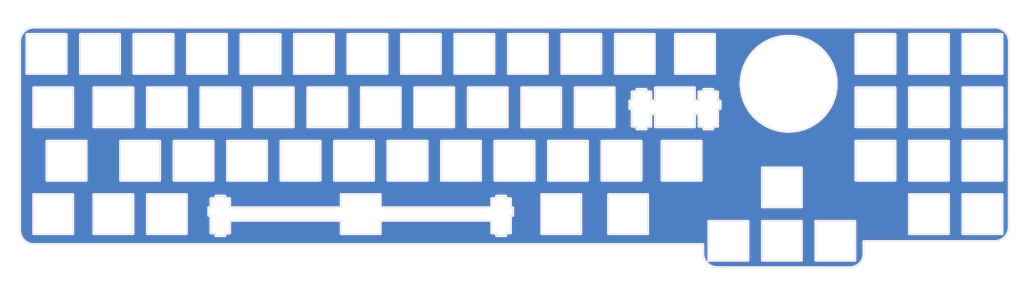
<source format=kicad_pcb>
(kicad_pcb (version 20221018) (generator pcbnew)
  (layers (0 "F.Cu" signal) (31 "B.Cu" signal) (34 "B.Paste" user) (35 "F.Paste" user) (36 "B.SilkS" user "B.Silkscreen") (37 "F.SilkS" user "F.Silkscreen") (38 "B.Mask" user) (39 "F.Mask" user) (44 "Edge.Cuts" user))
  (net 0 "")
  (gr_line (start 157.805995 103.709002) (end 143.805995 103.709002) (stroke (width 0.188976)) (layer "Edge.Cuts"))
  (gr_line (start 105.419002 79.609002) (end 105.419002 65.609003) (stroke (width 0.188976)) (layer "Edge.Cuts"))
  (gr_line (start 186.380992 84.659003) (end 172.380992 84.659003) (stroke (width 0.188976)) (layer "Edge.Cuts"))
  (gr_line (start 324.493999 98.659003) (end 324.493999 84.659003) (stroke (width 0.188976)) (layer "Edge.Cuts"))
  (gr_line (start -6.500002 98.659003) (end -6.500002 84.659003) (stroke (width 0.188976)) (layer "Edge.Cuts"))
  (gr_line (start 89.036998 132.059001) (end 89.036998 136.759006) (stroke (width 0.188976)) (layer "Edge.Cuts"))
  (gr_line (start 174.475002 136.759006) (end 174.475002 122.759006) (stroke (width 0.188976)) (layer "Edge.Cuts"))
  (gr_line (start -20.400387 140.59) (end 217.95 140.59) (stroke (width 0.2)) (layer "Edge.Cuts"))
  (gr_line (start 272.393993 98.659003) (end 286.393993 98.659003) (stroke (width 0.188976)) (layer "Edge.Cuts"))
  (gr_line (start 124.755992 103.709002) (end 124.755992 117.709002) (stroke (width 0.188976)) (layer "Edge.Cuts"))
  (gr_line (start 129.518993 65.609003) (end 129.518993 79.609002) (stroke (width 0.188976)) (layer "Edge.Cuts"))
  (gr_line (start 42.661998 124.229007) (end 42.661998 127.459002) (stroke (width 0.188976)) (layer "Edge.Cuts"))
  (gr_line (start 72.368 65.609003) (end 72.368 79.609002) (stroke (width 0.188976)) (layer "Edge.Cuts"))
  (gr_line (start 286.393993 79.609002) (end 286.393993 65.609003) (stroke (width 0.188976)) (layer "Edge.Cuts"))
  (gr_line (start 258.105998 146.283999) (end 272.105998 146.283999) (stroke (width 0.188976)) (layer "Edge.Cuts"))
  (gr_line (start 222.100002 79.609002) (end 222.100002 65.609003) (stroke (width 0.188976)) (layer "Edge.Cuts"))
  (gr_line (start 305.444011 98.659003) (end 305.444011 84.659003) (stroke (width 0.188976)) (layer "Edge.Cuts"))
  (gr_line (start 144.387004 137.509006) (end 147.686992 137.509006) (stroke (width 0.188976)) (layer "Edge.Cuts"))
  (gr_line (start 174.475002 122.759006) (end 160.475002 122.759006) (stroke (width 0.188976)) (layer "Edge.Cuts"))
  (gr_line (start 197.706005 85.209002) (end 194.406002 85.209002) (stroke (width 0.188976)) (layer "Edge.Cuts"))
  (gr_line (start -6.500002 136.759006) (end -6.500002 122.759006) (stroke (width 0.188976)) (layer "Edge.Cuts"))
  (gr_arc (start 275.28 143.838255) (mid 273.814917 147.374405) (end 270.278256 148.838255) (stroke (width 0.2)) (layer "Edge.Cuts"))
  (gr_line (start -3.831002 65.609003) (end -3.831002 79.609002) (stroke (width 0.188976)) (layer "Edge.Cuts"))
  (gr_line (start 208.100002 65.609003) (end 208.100002 79.609002) (stroke (width 0.188976)) (layer "Edge.Cuts"))
  (gr_line (start 162.568996 79.609002) (end 162.568996 65.609003) (stroke (width 0.188976)) (layer "Edge.Cuts"))
  (gr_line (start 218.206005 86.129003) (end 216.480998 86.129003) (stroke (width 0.188976)) (layer "Edge.Cuts"))
  (gr_line (start 199.430995 98.429004) (end 199.430995 93.959002) (stroke (width 0.188976)) (layer "Edge.Cuts"))
  (gr_line (start 62.555995 103.709002) (end 48.555995 103.709002) (stroke (width 0.188976)) (layer "Edge.Cuts"))
  (gr_line (start 191.855998 92.159003) (end 192.680995 92.159003) (stroke (width 0.188976)) (layer "Edge.Cuts"))
  (gr_line (start 162.855998 117.709002) (end 176.855998 117.709002) (stroke (width 0.188976)) (layer "Edge.Cuts"))
  (gr_line (start 86.368 65.609003) (end 72.368 65.609003) (stroke (width 0.188976)) (layer "Edge.Cuts"))
  (gr_line (start 253.056011 127.234004) (end 253.056011 113.234004) (stroke (width 0.188976)) (layer "Edge.Cuts"))
  (gr_line (start 324.493999 103.709002) (end 310.493999 103.709002) (stroke (width 0.188976)) (layer "Edge.Cuts"))
  (gr_line (start 14.930999 136.759006) (end 14.930999 122.759006) (stroke (width 0.188976)) (layer "Edge.Cuts"))
  (gr_line (start 19.980998 136.759006) (end 33.980998 136.759006) (stroke (width 0.188976)) (layer "Edge.Cuts"))
  (gr_line (start 105.419002 65.609003) (end 91.417995 65.609003) (stroke (width 0.188976)) (layer "Edge.Cuts"))
  (gr_line (start 272.393993 103.709002) (end 272.393993 117.709002) (stroke (width 0.188976)) (layer "Edge.Cuts"))
  (gr_line (start 310.493999 84.659003) (end 310.493999 98.659003) (stroke (width 0.188976)) (layer "Edge.Cuts"))
  (gr_line (start 218.206005 99.409003) (end 221.505992 99.409003) (stroke (width 0.188976)) (layer "Edge.Cuts"))
  (gr_line (start 197.706005 86.129003) (end 197.706005 85.209002) (stroke (width 0.188976)) (layer "Edge.Cuts"))
  (gr_line (start 162.855998 103.709002) (end 162.855998 117.709002) (stroke (width 0.188976)) (layer "Edge.Cuts"))
  (gr_line (start 91.131 98.659003) (end 91.131 84.659003) (stroke (width 0.188976)) (layer "Edge.Cuts"))
  (gr_line (start -6.500002 84.659003) (end -20.500002 84.659003) (stroke (width 0.188976)) (layer "Edge.Cuts"))
  (gr_line (start 291.444011 79.609002) (end 305.444011 79.609002) (stroke (width 0.188976)) (layer "Edge.Cuts"))
  (gr_line (start 103.036998 127.459002) (end 103.036998 122.759006) (stroke (width 0.188976)) (layer "Edge.Cuts"))
  (gr_line (start -15.738002 117.709002) (end -1.738001 117.709002) (stroke (width 0.188976)) (layer "Edge.Cuts"))
  (gr_line (start 194.406002 99.409003) (end 197.706005 99.409003) (stroke (width 0.188976)) (layer "Edge.Cuts"))
  (gr_line (start 153.331005 98.659003) (end 167.331005 98.659003) (stroke (width 0.188976)) (layer "Edge.Cuts"))
  (gr_line (start 305.444011 117.709002) (end 305.444011 103.709002) (stroke (width 0.188976)) (layer "Edge.Cuts"))
  (gr_line (start 214.956005 84.659003) (end 200.956005 84.659003) (stroke (width 0.188976)) (layer "Edge.Cuts"))
  (gr_line (start 103.036998 122.759006) (end 89.036998 122.759006) (stroke (width 0.188976)) (layer "Edge.Cuts"))
  (gr_line (start 162.568996 65.609003) (end 148.568996 65.609003) (stroke (width 0.188976)) (layer "Edge.Cuts"))
  (gr_line (start 41.837001 127.459002) (end 41.837001 130.259006) (stroke (width 0.188976)) (layer "Edge.Cuts"))
  (gr_line (start 53.318996 65.609003) (end 53.318996 79.609002) (stroke (width 0.188976)) (layer "Edge.Cuts"))
  (gr_line (start 110.469005 65.609003) (end 110.469005 79.609002) (stroke (width 0.188976)) (layer "Edge.Cuts"))
  (gr_line (start 19.980998 122.759006) (end 19.980998 136.759006) (stroke (width 0.188976)) (layer "Edge.Cuts"))
  (gr_line (start 105.706005 103.709002) (end 105.706005 117.709002) (stroke (width 0.188976)) (layer "Edge.Cuts"))
  (gr_line (start 15.218997 79.609002) (end 29.218997 79.609002) (stroke (width 0.188976)) (layer "Edge.Cuts"))
  (gr_line (start 216.480998 86.129003) (end 216.480998 89.359002) (stroke (width 0.188976)) (layer "Edge.Cuts"))
  (gr_line (start 24.455997 103.709002) (end 10.455997 103.709002) (stroke (width 0.188976)) (layer "Edge.Cuts"))
  (gr_line (start -1.738001 103.709002) (end -15.738002 103.709002) (stroke (width 0.188976)) (layer "Edge.Cuts"))
  (gr_line (start 272.105998 146.283999) (end 272.105998 132.283999) (stroke (width 0.188976)) (layer "Edge.Cuts"))
  (gr_line (start 144.387004 124.229007) (end 142.661998 124.229007) (stroke (width 0.188976)) (layer "Edge.Cuts"))
  (gr_line (start 86.656002 103.709002) (end 86.656002 117.709002) (stroke (width 0.188976)) (layer "Edge.Cuts"))
  (gr_line (start 142.661998 124.229007) (end 142.661998 127.459002) (stroke (width 0.188976)) (layer "Edge.Cuts"))
  (gr_line (start 149.411998 136.529002) (end 149.411998 130.259006) (stroke (width 0.188976)) (layer "Edge.Cuts"))
  (gr_line (start 181.906002 117.709002) (end 195.906002 117.709002) (stroke (width 0.188976)) (layer "Edge.Cuts"))
  (gr_line (start -22.881002 79.609002) (end -8.881003 79.609002) (stroke (width 0.188976)) (layer "Edge.Cuts"))
  (gr_line (start 10.455997 117.709002) (end 24.455997 117.709002) (stroke (width 0.188976)) (layer "Edge.Cuts"))
  (gr_line (start 208.100002 79.609002) (end 222.100002 79.609002) (stroke (width 0.188976)) (layer "Edge.Cuts"))
  (gr_line (start 291.444011 103.709002) (end 291.444011 117.709002) (stroke (width 0.188976)) (layer "Edge.Cuts"))
  (gr_line (start 48.555995 117.709002) (end 62.555995 117.709002) (stroke (width 0.188976)) (layer "Edge.Cuts"))
  (gr_line (start -8.881003 65.609003) (end -22.881002 65.609003) (stroke (width 0.188976)) (layer "Edge.Cuts"))
  (gr_line (start 67.605998 117.709002) (end 81.605998 117.709002) (stroke (width 0.188976)) (layer "Edge.Cuts"))
  (gr_line (start 223.230998 98.429004) (end 223.230998 92.159003) (stroke (width 0.188976)) (layer "Edge.Cuts"))
  (gr_line (start 138.755992 117.709002) (end 138.755992 103.709002) (stroke (width 0.188976)) (layer "Edge.Cuts"))
  (gr_line (start 198.286998 122.759006) (end 184.286998 122.759006) (stroke (width 0.188976)) (layer "Edge.Cuts"))
  (gr_line (start 324.493999 122.759006) (end 310.493999 122.759006) (stroke (width 0.188976)) (layer "Edge.Cuts"))
  (gr_line (start 44.386997 136.529002) (end 44.386997 137.509006) (stroke (width 0.188976)) (layer "Edge.Cuts"))
  (gr_line (start 72.080997 98.659003) (end 72.080997 84.659003) (stroke (width 0.188976)) (layer "Edge.Cuts"))
  (gr_line (start 234.005992 132.283999) (end 220.005992 132.283999) (stroke (width 0.188976)) (layer "Edge.Cuts"))
  (gr_line (start 48.555995 103.709002) (end 48.555995 117.709002) (stroke (width 0.188976)) (layer "Edge.Cuts"))
  (gr_line (start 223.230998 86.129003) (end 221.505992 86.129003) (stroke (width 0.188976)) (layer "Edge.Cuts"))
  (gr_line (start 39.031002 84.659003) (end 39.031002 98.659003) (stroke (width 0.188976)) (layer "Edge.Cuts"))
  (gr_line (start 129.518993 79.609002) (end 143.518993 79.609002) (stroke (width 0.188976)) (layer "Edge.Cuts"))
  (gr_line (start 62.555995 117.709002) (end 62.555995 103.709002) (stroke (width 0.188976)) (layer "Edge.Cuts"))
  (gr_line (start 143.805995 117.709002) (end 157.805995 117.709002) (stroke (width 0.188976)) (layer "Edge.Cuts"))
  (gr_line (start 286.393993 98.659003) (end 286.393993 84.659003) (stroke (width 0.188976)) (layer "Edge.Cuts"))
  (gr_line (start 149.411998 127.459002) (end 149.411998 124.229007) (stroke (width 0.188976)) (layer "Edge.Cuts"))
  (gr_line (start 198.286998 136.759006) (end 198.286998 122.759006) (stroke (width 0.188976)) (layer "Edge.Cuts"))
  (gr_line (start 10.168998 79.609002) (end 10.168998 65.609003) (stroke (width 0.188976)) (layer "Edge.Cuts"))
  (gr_line (start 272.393993 79.609002) (end 286.393993 79.609002) (stroke (width 0.188976)) (layer "Edge.Cuts"))
  (gr_line (start 214.956005 93.959002) (end 216.480998 93.959002) (stroke (width 0.188976)) (layer "Edge.Cuts"))
  (gr_line (start 86.656002 117.709002) (end 100.656002 117.709002) (stroke (width 0.188976)) (layer "Edge.Cuts"))
  (gr_line (start 49.411998 127.459002) (end 49.411998 124.229007) (stroke (width 0.188976)) (layer "Edge.Cuts"))
  (gr_line (start 310.493999 79.609002) (end 324.493999 79.609002) (stroke (width 0.188976)) (layer "Edge.Cuts"))
  (gr_line (start 324.493999 84.659003) (end 310.493999 84.659003) (stroke (width 0.188976)) (layer "Edge.Cuts"))
  (gr_line (start 192.680995 92.159003) (end 192.680995 98.429004) (stroke (width 0.188976)) (layer "Edge.Cuts"))
  (gr_circle (center 248.473998 83.244003) (end 265.473998 83.244003) (stroke (width 0.15)) (fill none) (layer "Edge.Cuts"))
  (gr_line (start 43.506 103.709002) (end 29.505996 103.709002) (stroke (width 0.188976)) (layer "Edge.Cuts"))
  (gr_line (start 291.444011 84.659003) (end 291.444011 98.659003) (stroke (width 0.188976)) (layer "Edge.Cuts"))
  (gr_line (start 197.706005 99.409003) (end 197.706005 98.429004) (stroke (width 0.188976)) (layer "Edge.Cuts"))
  (gr_line (start 89.036998 127.459002) (end 49.411998 127.459002) (stroke (width 0.188976)) (layer "Edge.Cuts"))
  (gr_line (start 199.430995 89.359002) (end 199.430995 86.129003) (stroke (width 0.188976)) (layer "Edge.Cuts"))
  (gr_line (start 239.056011 132.283999) (end 239.056011 146.283999) (stroke (width 0.188976)) (layer "Edge.Cuts"))
  (gr_line (start -15.738002 103.709002) (end -15.738002 117.709002) (stroke (width 0.188976)) (layer "Edge.Cuts"))
  (gr_line (start 29.505996 103.709002) (end 29.505996 117.709002) (stroke (width 0.188976)) (layer "Edge.Cuts"))
  (gr_line (start 33.980998 136.759006) (end 33.980998 122.759006) (stroke (width 0.188976)) (layer "Edge.Cuts"))
  (gr_line (start 81.605998 117.709002) (end 81.605998 103.709002) (stroke (width 0.188976)) (layer "Edge.Cuts"))
  (gr_line (start 253.056011 113.234004) (end 239.056011 113.234004) (stroke (width 0.188976)) (layer "Edge.Cuts"))
  (gr_line (start 53.318996 79.609002) (end 67.318996 79.609002) (stroke (width 0.188976)) (layer "Edge.Cuts"))
  (gr_line (start 148.568996 79.609002) (end 162.568996 79.609002) (stroke (width 0.188976)) (layer "Edge.Cuts"))
  (gr_line (start 234.005992 146.283999) (end 234.005992 132.283999) (stroke (width 0.188976)) (layer "Edge.Cuts"))
  (gr_line (start 110.180995 98.659003) (end 110.180995 84.659003) (stroke (width 0.188976)) (layer "Edge.Cuts"))
  (gr_arc (start 222.948256 148.821744) (mid 219.413849 147.356661) (end 217.95 143.821744) (stroke (width 0.188976)) (layer "Edge.Cuts"))
  (gr_line (start 191.855998 89.359002) (end 191.855998 92.159003) (stroke (width 0.188976)) (layer "Edge.Cuts"))
  (gr_line (start 42.661998 127.459002) (end 41.837001 127.459002) (stroke (width 0.188976)) (layer "Edge.Cuts"))
  (gr_line (start 160.475002 122.759006) (end 160.475002 136.759006) (stroke (width 0.188976)) (layer "Edge.Cuts"))
  (gr_line (start 239.056011 127.234004) (end 253.056011 127.234004) (stroke (width 0.188976)) (layer "Edge.Cuts"))
  (gr_line (start 150.236995 127.459002) (end 149.411998 127.459002) (stroke (width 0.188976)) (layer "Edge.Cuts"))
  (gr_line (start 291.444011 117.709002) (end 305.444011 117.709002) (stroke (width 0.188976)) (layer "Edge.Cuts"))
  (gr_line (start 194.406002 85.209002) (end 194.406002 86.129003) (stroke (width 0.188976)) (layer "Edge.Cuts"))
  (gr_line (start 48.269001 65.609003) (end 34.269001 65.609003) (stroke (width 0.188976)) (layer "Edge.Cuts"))
  (gr_line (start 239.056011 146.283999) (end 253.056011 146.283999) (stroke (width 0.188976)) (layer "Edge.Cuts"))
  (gr_line (start 96.180995 84.659003) (end 96.180995 98.659003) (stroke (width 0.188976)) (layer "Edge.Cuts"))
  (gr_line (start 194.406002 86.129003) (end 192.680995 86.129003) (stroke (width 0.188976)) (layer "Edge.Cuts"))
  (gr_line (start 143.518993 79.609002) (end 143.518993 65.609003) (stroke (width 0.188976)) (layer "Edge.Cuts"))
  (gr_line (start 89.036998 122.759006) (end 89.036998 127.459002) (stroke (width 0.188976)) (layer "Edge.Cuts"))
  (gr_line (start 47.687 124.229007) (end 47.687 123.308001) (stroke (width 0.188976)) (layer "Edge.Cuts"))
  (gr_line (start 24.455997 117.709002) (end 24.455997 103.709002) (stroke (width 0.188976)) (layer "Edge.Cuts"))
  (gr_line (start 143.805995 103.709002) (end 143.805995 117.709002) (stroke (width 0.188976)) (layer "Edge.Cuts"))
  (gr_line (start -22.881002 65.609003) (end -22.881002 79.609002) (stroke (width 0.188976)) (layer "Edge.Cuts"))
  (gr_line (start 91.417995 79.609002) (end 105.419002 79.609002) (stroke (width 0.188976)) (layer "Edge.Cuts"))
  (gr_line (start 147.686992 136.529002) (end 149.411998 136.529002) (stroke (width 0.188976)) (layer "Edge.Cuts"))
  (gr_line (start 216.480998 98.429004) (end 218.206005 98.429004) (stroke (width 0.188976)) (layer "Edge.Cuts"))
  (gr_line (start 47.687 123.308001) (end 44.386997 123.308001) (stroke (width 0.188976)) (layer "Edge.Cuts"))
  (gr_line (start 81.605998 103.709002) (end 67.605998 103.709002) (stroke (width 0.188976)) (layer "Edge.Cuts"))
  (gr_line (start 291.444011 122.759006) (end 291.444011 136.759006) (stroke (width 0.188976)) (layer "Edge.Cuts"))
  (gr_line (start 176.855998 103.709002) (end 162.855998 103.709002) (stroke (width 0.188976)) (layer "Edge.Cuts"))
  (gr_line (start 272.393993 117.709002) (end 286.393993 117.709002) (stroke (width 0.188976)) (layer "Edge.Cuts"))
  (gr_line (start 272.105998 132.283999) (end 258.105998 132.283999) (stroke (width 0.188976)) (layer "Edge.Cuts"))
  (gr_line (start 0.930997 136.759006) (end 14.930999 136.759006) (stroke (width 0.188976)) (layer "Edge.Cuts"))
  (gr_line (start 148.281002 84.659003) (end 134.281002 84.659003) (stroke (width 0.188976)) (layer "Edge.Cuts"))
  (gr_line (start 148.281002 98.659003) (end 148.281002 84.659003) (stroke (width 0.188976)) (layer "Edge.Cuts"))
  (gr_line (start 110.180995 84.659003) (end 96.180995 84.659003) (stroke (width 0.188976)) (layer "Edge.Cuts"))
  (gr_line (start 272.393993 84.659003) (end 272.393993 98.659003) (stroke (width 0.188976)) (layer "Edge.Cuts"))
  (gr_line (start 29.218997 79.609002) (end 29.218997 65.609003) (stroke (width 0.188976)) (layer "Edge.Cuts"))
  (gr_line (start 44.386997 137.509006) (end 47.687 137.509006) (stroke (width 0.188976)) (layer "Edge.Cuts"))
  (gr_line (start 222.100002 65.609003) (end 208.100002 65.609003) (stroke (width 0.188976)) (layer "Edge.Cuts"))
  (gr_line (start 157.805995 117.709002) (end 157.805995 103.709002) (stroke (width 0.188976)) (layer "Edge.Cuts"))
  (gr_line (start 72.368 79.609002) (end 86.368 79.609002) (stroke (width 0.188976)) (layer "Edge.Cuts"))
  (gr_line (start -6.500002 122.759006) (end -20.500002 122.759006) (stroke (width 0.188976)) (layer "Edge.Cuts"))
  (gr_line (start 181.618999 79.609002) (end 181.618999 65.609003) (stroke (width 0.188976)) (layer "Edge.Cuts"))
  (gr_line (start 42.661998 130.259006) (end 42.661998 136.529002) (stroke (width 0.188976)) (layer "Edge.Cuts"))
  (gr_line (start 138.755992 103.709002) (end 124.755992 103.709002) (stroke (width 0.188976)) (layer "Edge.Cuts"))
  (gr_line (start 144.387004 123.308001) (end 144.387004 124.229007) (stroke (width 0.188976)) (layer "Edge.Cuts"))
  (gr_line (start 34.269001 65.609003) (end 34.269001 79.609002) (stroke (width 0.188976)) (layer "Edge.Cuts"))
  (gr_line (start 49.411998 124.229007) (end 47.687 124.229007) (stroke (width 0.188976)) (layer "Edge.Cuts"))
  (gr_line (start 100.656002 117.709002) (end 100.656002 103.709002) (stroke (width 0.188976)) (layer "Edge.Cuts"))
  (gr_line (start 195.906002 117.709002) (end 195.906002 103.709002) (stroke (width 0.188976)) (layer "Edge.Cuts"))
  (gr_line (start 324.493999 117.709002) (end 324.493999 103.709002) (stroke (width 0.188976)) (layer "Edge.Cuts"))
  (gr_line (start 275.28 143.838255) (end 275.28 139.48) (stroke (width 0.2)) (layer "Edge.Cuts"))
  (gr_line (start 186.380992 98.659003) (end 186.380992 84.659003) (stroke (width 0.188976)) (layer "Edge.Cuts"))
  (gr_line (start 149.411998 124.229007) (end 147.686992 124.229007) (stroke (width 0.188976)) (layer "Edge.Cuts"))
  (gr_line (start 115.230998 98.659003) (end 129.230998 98.659003) (stroke (width 0.188976)) (layer "Edge.Cuts"))
  (gr_line (start 214.956005 89.359002) (end 214.956005 84.659003) (stroke (width 0.188976)) (layer "Edge.Cuts"))
  (gr_line (start 124.755992 117.709002) (end 138.755992 117.709002) (stroke (width 0.188976)) (layer "Edge.Cuts"))
  (gr_line (start 200.956005 84.659003) (end 200.956005 89.359002) (stroke (width 0.188976)) (layer "Edge.Cuts"))
  (gr_line (start 194.406002 98.429004) (end 194.406002 99.409003) (stroke (width 0.188976)) (layer "Edge.Cuts"))
  (gr_line (start 203.337001 103.709002) (end 203.337001 117.709002) (stroke (width 0.188976)) (layer "Edge.Cuts"))
  (gr_arc (start -25.405615 68.08439) (mid -23.941286 64.548606) (end -20.405615 63.084003) (stroke (width 0.188976)) (layer "Edge.Cuts"))
  (gr_line (start 134.281002 98.659003) (end 148.281002 98.659003) (stroke (width 0.188976)) (layer "Edge.Cuts"))
  (gr_line (start 200.956005 93.959002) (end 200.956005 98.659003) (stroke (width 0.188976)) (layer "Edge.Cuts"))
  (gr_line (start 327.017381 68.086621) (end 326.982617 134.482618) (stroke (width 0.188976)) (layer "Edge.Cuts"))
  (gr_line (start 144.387004 136.529002) (end 144.387004 137.509006) (stroke (width 0.188976)) (layer "Edge.Cuts"))
  (gr_line (start 142.661998 127.459002) (end 103.036998 127.459002) (stroke (width 0.188976)) (layer "Edge.Cuts"))
  (gr_line (start 147.686992 124.229007) (end 147.686992 123.308001) (stroke (width 0.188976)) (layer "Edge.Cuts"))
  (gr_line (start -20.500002 136.759006) (end -6.500002 136.759006) (stroke (width 0.188976)) (layer "Edge.Cuts"))
  (gr_line (start 253.056011 132.283999) (end 239.056011 132.283999) (stroke (width 0.188976)) (layer "Edge.Cuts"))
  (gr_line (start 48.269001 79.609002) (end 48.269001 65.609003) (stroke (width 0.188976)) (layer "Edge.Cuts"))
  (gr_line (start 29.505996 117.709002) (end 43.506 117.709002) (stroke (width 0.188976)) (layer "Edge.Cuts"))
  (gr_line (start 286.393993 103.709002) (end 272.393993 103.709002) (stroke (width 0.188976)) (layer "Edge.Cuts"))
  (gr_line (start 186.669002 65.609003) (end 186.669002 79.609002) (stroke (width 0.188976)) (layer "Edge.Cuts"))
  (gr_line (start 10.455997 103.709002) (end 10.455997 117.709002) (stroke (width 0.188976)) (layer "Edge.Cuts"))
  (gr_line (start 49.411998 132.059001) (end 89.036998 132.059001) (stroke (width 0.188976)) (layer "Edge.Cuts"))
  (gr_line (start 100.656002 103.709002) (end 86.656002 103.709002) (stroke (width 0.188976)) (layer "Edge.Cuts"))
  (gr_line (start 200.669002 65.609003) (end 186.669002 65.609003) (stroke (width 0.188976)) (layer "Edge.Cuts"))
  (gr_line (start 222.948256 148.821744) (end 270.278256 148.838255) (stroke (width 0.188976)) (layer "Edge.Cuts"))
  (gr_line (start 58.080997 84.659003) (end 58.080997 98.659003) (stroke (width 0.188976)) (layer "Edge.Cuts"))
  (gr_line (start 19.980998 98.659003) (end 33.980998 98.659003) (stroke (width 0.188976)) (layer "Edge.Cuts"))
  (gr_line (start 310.493999 122.759006) (end 310.493999 136.759006) (stroke (width 0.188976)) (layer "Edge.Cuts"))
  (gr_line (start 176.855998 117.709002) (end 176.855998 103.709002) (stroke (width 0.188976)) (layer "Edge.Cuts"))
  (gr_line (start 272.393993 65.609003) (end 272.393993 79.609002) (stroke (width 0.188976)) (layer "Edge.Cuts"))
  (gr_line (start 310.493999 103.709002) (end 310.493999 117.709002) (stroke (width 0.188976)) (layer "Edge.Cuts"))
  (gr_line (start 119.706005 103.709002) (end 105.706005 103.709002) (stroke (width 0.188976)) (layer "Edge.Cuts"))
  (gr_line (start 110.469005 79.609002) (end 124.469005 79.609002) (stroke (width 0.188976)) (layer "Edge.Cuts"))
  (gr_line (start 39.031002 98.659003) (end 53.031002 98.659003) (stroke (width 0.188976)) (layer "Edge.Cuts"))
  (gr_line (start 291.444011 65.609003) (end 291.444011 79.609002) (stroke (width 0.188976)) (layer "Edge.Cuts"))
  (gr_line (start 192.680995 89.359002) (end 191.855998 89.359002) (stroke (width 0.188976)) (layer "Edge.Cuts"))
  (gr_line (start 103.036998 136.759006) (end 103.036998 132.059001) (stroke (width 0.188976)) (layer "Edge.Cuts"))
  (gr_line (start 184.286998 122.759006) (end 184.286998 136.759006) (stroke (width 0.188976)) (layer "Edge.Cuts"))
  (gr_line (start 129.230998 84.659003) (end 115.230998 84.659003) (stroke (width 0.188976)) (layer "Edge.Cuts"))
  (gr_line (start 29.218997 65.609003) (end 15.218997 65.609003) (stroke (width 0.188976)) (layer "Edge.Cuts"))
  (gr_line (start 195.906002 103.709002) (end 181.906002 103.709002) (stroke (width 0.188976)) (layer "Edge.Cuts"))
  (gr_line (start 72.080997 84.659003) (end 58.080997 84.659003) (stroke (width 0.188976)) (layer "Edge.Cuts"))
  (gr_line (start 147.686992 123.308001) (end 144.387004 123.308001) (stroke (width 0.188976)) (layer "Edge.Cuts"))
  (gr_line (start -20.405615 63.084003) (end 322.017381 63.084003) (stroke (width 0.188976)) (layer "Edge.Cuts"))
  (gr_line (start 216.480998 93.959002) (end 216.480998 98.429004) (stroke (width 0.188976)) (layer "Edge.Cuts"))
  (gr_line (start 143.518993 65.609003) (end 129.518993 65.609003) (stroke (width 0.188976)) (layer "Edge.Cuts"))
  (gr_line (start 124.469005 65.609003) (end 110.469005 65.609003) (stroke (width 0.188976)) (layer "Edge.Cuts"))
  (gr_line (start 224.055995 89.359002) (end 223.230998 89.359002) (stroke (width 0.188976)) (layer "Edge.Cuts"))
  (gr_line (start -1.738001 117.709002) (end -1.738001 103.709002) (stroke (width 0.188976)) (layer "Edge.Cuts"))
  (gr_line (start 53.031002 84.659003) (end 39.031002 84.659003) (stroke (width 0.188976)) (layer "Edge.Cuts"))
  (gr_line (start 224.055995 92.159003) (end 224.055995 89.359002) (stroke (width 0.188976)) (layer "Edge.Cuts"))
  (gr_line (start 119.706005 117.709002) (end 119.706005 103.709002) (stroke (width 0.188976)) (layer "Edge.Cuts"))
  (gr_line (start 286.393993 117.709002) (end 286.393993 103.709002) (stroke (width 0.188976)) (layer "Edge.Cuts"))
  (gr_line (start -20.500002 84.659003) (end -20.500002 98.659003) (stroke (width 0.188976)) (layer "Edge.Cuts"))
  (gr_line (start 172.380992 84.659003) (end 172.380992 98.659003) (stroke (width 0.188976)) (layer "Edge.Cuts"))
  (gr_line (start 167.331005 84.659003) (end 153.331005 84.659003) (stroke (width 0.188976)) (layer "Edge.Cuts"))
  (gr_arc (start 322.017381 63.084003) (mid 325.553852 64.549388) (end 327.017381 68.086621) (stroke (width 0.188976)) (layer "Edge.Cuts"))
  (gr_line (start 258.105998 132.283999) (end 258.105998 146.283999) (stroke (width 0.188976)) (layer "Edge.Cuts"))
  (gr_line (start 310.493999 136.759006) (end 324.493999 136.759006) (stroke (width 0.188976)) (layer "Edge.Cuts"))
  (gr_line (start 15.218997 65.609003) (end 15.218997 79.609002) (stroke (width 0.188976)) (layer "Edge.Cuts"))
  (gr_line (start 134.281002 84.659003) (end 134.281002 98.659003) (stroke (width 0.188976)) (layer "Edge.Cuts"))
  (gr_line (start 203.337001 117.709002) (end 217.337001 117.709002) (stroke (width 0.188976)) (layer "Edge.Cuts"))
  (gr_line (start 291.444011 136.759006) (end 305.444011 136.759006) (stroke (width 0.188976)) (layer "Edge.Cuts"))
  (gr_line (start 33.980998 98.659003) (end 33.980998 84.659003) (stroke (width 0.188976)) (layer "Edge.Cuts"))
  (gr_line (start 186.669002 79.609002) (end 200.669002 79.609002) (stroke (width 0.188976)) (layer "Edge.Cuts"))
  (gr_line (start 86.368 79.609002) (end 86.368 65.609003) (stroke (width 0.188976)) (layer "Edge.Cuts"))
  (gr_line (start 115.230998 84.659003) (end 115.230998 98.659003) (stroke (width 0.188976)) (layer "Edge.Cuts"))
  (gr_line (start 221.505992 99.409003) (end 221.505992 98.429004) (stroke (width 0.188976)) (layer "Edge.Cuts"))
  (gr_line (start 305.444011 103.709002) (end 291.444011 103.709002) (stroke (width 0.188976)) (layer "Edge.Cuts"))
  (gr_line (start 67.605998 103.709002) (end 67.605998 117.709002) (stroke (width 0.188976)) (layer "Edge.Cuts"))
  (gr_line (start 192.680995 98.429004) (end 194.406002 98.429004) (stroke (width 0.188976)) (layer "Edge.Cuts"))
  (gr_line (start -3.831002 79.609002) (end 10.168998 79.609002) (stroke (width 0.188976)) (layer "Edge.Cuts"))
  (gr_line (start 217.337001 103.709002) (end 203.337001 103.709002) (stroke (width 0.188976)) (layer "Edge.Cuts"))
  (gr_line (start 200.956005 98.659003) (end 214.956005 98.659003) (stroke (width 0.188976)) (layer "Edge.Cuts"))
  (gr_line (start 47.687 137.509006) (end 47.687 136.529002) (stroke (width 0.188976)) (layer "Edge.Cuts"))
  (gr_line (start 220.005992 132.283999) (end 220.005992 146.283999) (stroke (width 0.188976)) (layer "Edge.Cuts"))
  (gr_line (start 44.386997 123.308001) (end 44.386997 124.229007) (stroke (width 0.188976)) (layer "Edge.Cuts"))
  (gr_line (start 149.411998 130.259006) (end 150.236995 130.259006) (stroke (width 0.188976)) (layer "Edge.Cuts"))
  (gr_line (start 305.444011 122.759006) (end 291.444011 122.759006) (stroke (width 0.188976)) (layer "Edge.Cuts"))
  (gr_line (start 96.180995 98.659003) (end 110.180995 98.659003) (stroke (width 0.188976)) (layer "Edge.Cuts"))
  (gr_line (start 172.380992 98.659003) (end 186.380992 98.659003) (stroke (width 0.188976)) (layer "Edge.Cuts"))
  (gr_line (start 199.430995 86.129003) (end 197.706005 86.129003) (stroke (width 0.188976)) (layer "Edge.Cuts"))
  (gr_line (start 214.956005 98.659003) (end 214.956005 93.959002) (stroke (width 0.188976)) (layer "Edge.Cuts"))
  (gr_line (start 310.493999 117.709002) (end 324.493999 117.709002) (stroke (width 0.188976)) (layer "Edge.Cuts"))
  (gr_line (start 0.930997 84.659003) (end 0.930997 98.659003) (stroke (width 0.188976)) (layer "Edge.Cuts"))
  (gr_line (start -25.400387 135.590387) (end -25.405615 68.08439) (stroke (width 0.2)) (layer "Edge.Cuts"))
  (gr_line (start 0.930997 122.759006) (end 0.930997 136.759006) (stroke (width 0.188976)) (layer "Edge.Cuts"))
  (gr_line (start 43.506 117.709002) (end 43.506 103.709002) (stroke (width 0.188976)) (layer "Edge.Cuts"))
  (gr_line (start 0.930997 98.659003) (end 14.930999 98.659003) (stroke (width 0.188976)) (layer "Edge.Cuts"))
  (gr_line (start 184.286998 136.759006) (end 198.286998 136.759006) (stroke (width 0.188976)) (layer "Edge.Cuts"))
  (gr_line (start 49.411998 136.529002) (end 49.411998 132.059001) (stroke (width 0.188976)) (layer "Edge.Cuts"))
  (gr_line (start 77.131 98.659003) (end 91.131 98.659003) (stroke (width 0.188976)) (layer "Edge.Cuts"))
  (gr_line (start 58.080997 98.659003) (end 72.080997 98.659003) (stroke (width 0.188976)) (layer "Edge.Cuts"))
  (gr_line (start 167.618999 79.609002) (end 181.618999 79.609002) (stroke (width 0.188976)) (layer "Edge.Cuts"))
  (gr_arc (start 326.982617 134.482618) (mid 325.517226 138.01646) (end 321.982617 139.48) (stroke (width 0.188976)) (layer "Edge.Cuts"))
  (gr_line (start -20.500002 98.659003) (end -6.500002 98.659003) (stroke (width 0.188976)) (layer "Edge.Cuts"))
  (gr_line (start 14.930999 84.659003) (end 0.930997 84.659003) (stroke (width 0.188976)) (layer "Edge.Cuts"))
  (gr_line (start 275.28 139.48) (end 321.982617 139.48) (stroke (width 0.2)) (layer "Edge.Cuts"))
  (gr_line (start 239.056011 113.234004) (end 239.056011 127.234004) (stroke (width 0.188976)) (layer "Edge.Cuts"))
  (gr_line (start 221.505992 98.429004) (end 223.230998 98.429004) (stroke (width 0.188976)) (layer "Edge.Cuts"))
  (gr_line (start 200.956005 89.359002) (end 199.430995 89.359002) (stroke (width 0.188976)) (layer "Edge.Cuts"))
  (gr_line (start 44.386997 124.229007) (end 42.661998 124.229007) (stroke (width 0.188976)) (layer "Edge.Cuts"))
  (gr_line (start 67.318996 65.609003) (end 53.318996 65.609003) (stroke (width 0.188976)) (layer "Edge.Cuts"))
  (gr_line (start 324.493999 79.609002) (end 324.493999 65.609003) (stroke (width 0.188976)) (layer "Edge.Cuts"))
  (gr_line (start 77.131 84.659003) (end 77.131 98.659003) (stroke (width 0.188976)) (layer "Edge.Cuts"))
  (gr_line (start 291.444011 98.659003) (end 305.444011 98.659003) (stroke (width 0.188976)) (layer "Edge.Cuts"))
  (gr_line (start 305.444011 65.609003) (end 291.444011 65.609003) (stroke (width 0.188976)) (layer "Edge.Cuts"))
  (gr_line (start 41.837001 130.259006) (end 42.661998 130.259006) (stroke (width 0.188976)) (layer "Edge.Cuts"))
  (gr_line (start 305.444011 84.659003) (end 291.444011 84.659003) (stroke (width 0.188976)) (layer "Edge.Cuts"))
  (gr_line (start 305.444011 79.609002) (end 305.444011 65.609003) (stroke (width 0.188976)) (layer "Edge.Cuts"))
  (gr_line (start 148.568996 65.609003) (end 148.568996 79.609002) (stroke (width 0.188976)) (layer "Edge.Cuts"))
  (gr_line (start 216.480998 89.359002) (end 214.956005 89.359002) (stroke (width 0.188976)) (layer "Edge.Cuts"))
  (gr_line (start 10.168998 65.609003) (end -3.831002 65.609003) (stroke (width 0.188976)) (layer "Edge.Cuts"))
  (gr_line (start 217.95 140.59) (end 217.95 143.821744) (stroke (width 0.2)) (layer "Edge.Cuts"))
  (gr_line (start 324.493999 136.759006) (end 324.493999 122.759006) (stroke (width 0.188976)) (layer "Edge.Cuts"))
  (gr_line (start 223.230998 89.359002) (end 223.230998 86.129003) (stroke (width 0.188976)) (layer "Edge.Cuts"))
  (gr_line (start 34.269001 79.609002) (end 48.269001 79.609002) (stroke (width 0.188976)) (layer "Edge.Cuts"))
  (gr_line (start 142.661998 132.059001) (end 142.661998 136.529002) (stroke (width 0.188976)) (layer "Edge.Cuts"))
  (gr_line (start 310.493999 65.609003) (end 310.493999 79.609002) (stroke (width 0.188976)) (layer "Edge.Cuts"))
  (gr_line (start 150.236995 130.259006) (end 150.236995 127.459002) (stroke (width 0.188976)) (layer "Edge.Cuts"))
  (gr_line (start -8.881003 79.609002) (end -8.881003 65.609003) (stroke (width 0.188976)) (layer "Edge.Cuts"))
  (gr_line (start 310.493999 98.659003) (end 324.493999 98.659003) (stroke (width 0.188976)) (layer "Edge.Cuts"))
  (gr_line (start 91.131 84.659003) (end 77.131 84.659003) (stroke (width 0.188976)) (layer "Edge.Cuts"))
  (gr_line (start 221.505992 85.209002) (end 218.206005 85.209002) (stroke (width 0.188976)) (layer "Edge.Cuts"))
  (gr_line (start 33.980998 122.759006) (end 19.980998 122.759006) (stroke (width 0.188976)) (layer "Edge.Cuts"))
  (gr_line (start 181.618999 65.609003) (end 167.618999 65.609003) (stroke (width 0.188976)) (layer "Edge.Cuts"))
  (gr_line (start 124.469005 79.609002) (end 124.469005 65.609003) (stroke (width 0.188976)) (layer "Edge.Cuts"))
  (gr_line (start 42.661998 136.529002) (end 44.386997 136.529002) (stroke (width 0.188976)) (layer "Edge.Cuts"))
  (gr_line (start 286.393993 65.609003) (end 272.393993 65.609003) (stroke (width 0.188976)) (layer "Edge.Cuts"))
  (gr_line (start 167.618999 65.609003) (end 167.618999 79.609002) (stroke (width 0.188976)) (layer "Edge.Cuts"))
  (gr_line (start 223.230998 92.159003) (end 224.055995 92.159003) (stroke (width 0.188976)) (layer "Edge.Cuts"))
  (gr_line (start 160.475002 136.759006) (end 174.475002 136.759006) (stroke (width 0.188976)) (layer "Edge.Cuts"))
  (gr_line (start 14.930999 98.659003) (end 14.930999 84.659003) (stroke (width 0.188976)) (layer "Edge.Cuts"))
  (gr_line (start 47.687 136.529002) (end 49.411998 136.529002) (stroke (width 0.188976)) (layer "Edge.Cuts"))
  (gr_line (start 218.206005 85.209002) (end 218.206005 86.129003) (stroke (width 0.188976)) (layer "Edge.Cuts"))
  (gr_line (start -20.500002 122.759006) (end -20.500002 136.759006) (stroke (width 0.188976)) (layer "Edge.Cuts"))
  (gr_line (start 192.680995 86.129003) (end 192.680995 89.359002) (stroke (width 0.188976)) (layer "Edge.Cuts"))
  (gr_line (start 103.036998 132.059001) (end 142.661998 132.059001) (stroke (width 0.188976)) (layer "Edge.Cuts"))
  (gr_line (start 153.331005 84.659003) (end 153.331005 98.659003) (stroke (width 0.188976)) (layer "Edge.Cuts"))
  (gr_line (start 19.980998 84.659003) (end 19.980998 98.659003) (stroke (width 0.188976)) (layer "Edge.Cuts"))
  (gr_line (start 67.318996 79.609002) (end 67.318996 65.609003) (stroke (width 0.188976)) (layer "Edge.Cuts"))
  (gr_line (start 53.031002 98.659003) (end 53.031002 84.659003) (stroke (width 0.188976)) (layer "Edge.Cuts"))
  (gr_line (start 218.206005 98.429004) (end 218.206005 99.409003) (stroke (width 0.188976)) (layer "Edge.Cuts"))
  (gr_line (start 286.393993 84.659003) (end 272.393993 84.659003) (stroke (width 0.188976)) (layer "Edge.Cuts"))
  (gr_line (start 199.430995 93.959002) (end 200.956005 93.959002) (stroke (width 0.188976)) (layer "Edge.Cuts"))
  (gr_line (start 197.706005 98.429004) (end 199.430995 98.429004) (stroke (width 0.188976)) (layer "Edge.Cuts"))
  (gr_line (start 200.669002 79.609002) (end 200.669002 65.609003) (stroke (width 0.188976)) (layer "Edge.Cuts"))
  (gr_line (start 33.980998 84.659003) (end 19.980998 84.659003) (stroke (width 0.188976)) (layer "Edge.Cuts"))
  (gr_line (start 181.906002 103.709002) (end 181.906002 117.709002) (stroke (width 0.188976)) (layer "Edge.Cuts"))
  (gr_line (start 129.230998 98.659003) (end 129.230998 84.659003) (stroke (width 0.188976)) (layer "Edge.Cuts"))
  (gr_line (start 142.661998 136.529002) (end 144.387004 136.529002) (stroke (width 0.188976)) (layer "Edge.Cuts"))
  (gr_line (start 167.331005 98.659003) (end 167.331005 84.659003) (stroke (width 0.188976)) (layer "Edge.Cuts"))
  (gr_line (start 305.444011 136.759006) (end 305.444011 122.759006) (stroke (width 0.188976)) (layer "Edge.Cuts"))
  (gr_line (start 14.930999 122.759006) (end 0.930997 122.759006) (stroke (width 0.188976)) (layer "Edge.Cuts"))
  (gr_line (start 147.686992 137.509006) (end 147.686992 136.529002) (stroke (width 0.188976)) (layer "Edge.Cuts"))
  (gr_line (start 217.337001 117.709002) (end 217.337001 103.709002) (stroke (width 0.188976)) (layer "Edge.Cuts"))
  (gr_line (start 91.417995 65.609003) (end 91.417995 79.609002) (stroke (width 0.188976)) (layer "Edge.Cuts"))
  (gr_line (start 221.505992 86.129003) (end 221.505992 85.209002) (stroke (width 0.188976)) (layer "Edge.Cuts"))
  (gr_arc (start -20.400387 140.59) (mid -23.935784 139.125671) (end -25.400387 135.590387) (stroke (width 0.2)) (layer "Edge.Cuts"))
  (gr_line (start 220.005992 146.283999) (end 234.005992 146.283999) (stroke (width 0.188976)) (layer "Edge.Cuts"))
  (gr_line (start 89.036998 136.759006) (end 103.036998 136.759006) (stroke (width 0.188976)) (layer "Edge.Cuts"))
  (gr_line (start 253.056011 146.283999) (end 253.056011 132.283999) (stroke (width 0.188976)) (layer "Edge.Cuts"))
  (gr_line (start 324.493999 65.609003) (end 310.493999 65.609003) (stroke (width 0.188976)) (layer "Edge.Cuts"))
  (gr_line (start 105.706005 117.709002) (end 119.706005 117.709002) (stroke (width 0.188976)) (layer "Edge.Cuts"))
  (zone (net 0) (net_name "") (layer "F.Cu") (connect_pads (clearance 0.5)) (min_thickness 0.25) (fill yes (thermal_gap 0.5) (thermal_bridge_width 0.5) (island_removal_mode 1) (island_area_min 10))
    (polygon (pts (xy -32.46 55.1) (xy 332.31 53.36) (xy 332.31 154.49) (xy -32.31 155.49)))
  )
  (zone (net 0) (net_name "") (layer "B.Cu") (priority 1) (connect_pads (clearance 0.5)) (min_thickness 0.25) (fill yes (thermal_gap 0.5) (thermal_bridge_width 0.5) (island_removal_mode 1) (island_area_min 10))
    (polygon (pts (xy -32.46 55.1) (xy 332.31 53.36) (xy 332.31 154.49) (xy -32.31 155.49)))
  )
)
</source>
